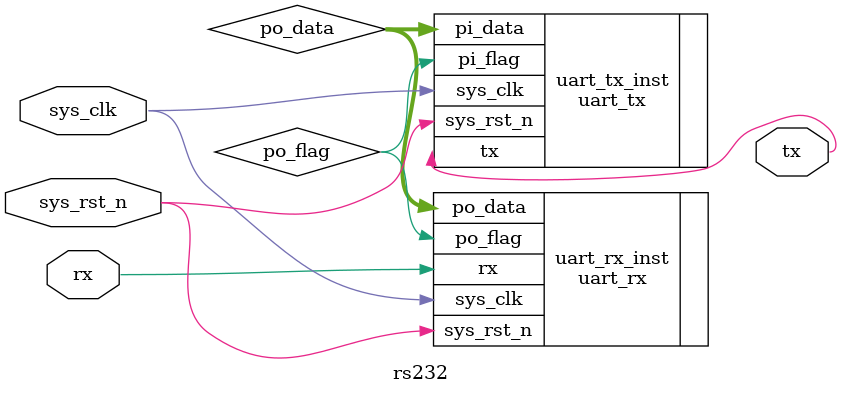
<source format=v>
`timescale 1ns / 1ns

module rs232(
    input wire sys_clk,
    input wire sys_rst_n,
    input wire rx,

    output wire tx
);


parameter UART_BSP = 115200 ; // 波特率
wire [7:0] po_data;
wire po_flag;

// 实例化UART接收模块
uart_rx
#(
    .UART_BSP(UART_BSP),   // 波特率
    .CLK_FREQ(50_000_000)   // 时钟频率
)
uart_rx_inst
(
    .sys_clk            (sys_clk),        // 系统时钟
    .sys_rst_n          (sys_rst_n),      // 系统复位信号
    .rx                 (rx),             // 串口接收数据

    .po_data            (po_data),  // 模块输出数据
    .po_flag            (po_flag)   // 串口接收数据完成标志
);
// 实例化UART发送模块
uart_tx
#(
    .UART_BSP(UART_BSP),   // 波特率
    .CLK_FREQ(50_000_000)   // 时钟频率
)
uart_tx_inst
(
    .sys_clk            (sys_clk),        
    .sys_rst_n          (sys_rst_n),      
    .pi_data            (po_data),  
    .pi_flag            (po_flag),

    .tx                 (tx)
);

endmodule

</source>
